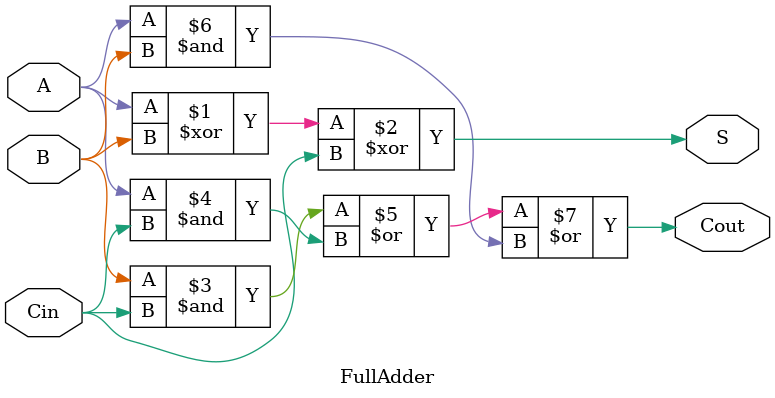
<source format=v>
module FullAdder(input A, B, Cin, output S, Cout);

assign S = A ^ B ^ Cin;
assign Cout = (B & Cin ) | (A & Cin) | (A & B);

endmodule

</source>
